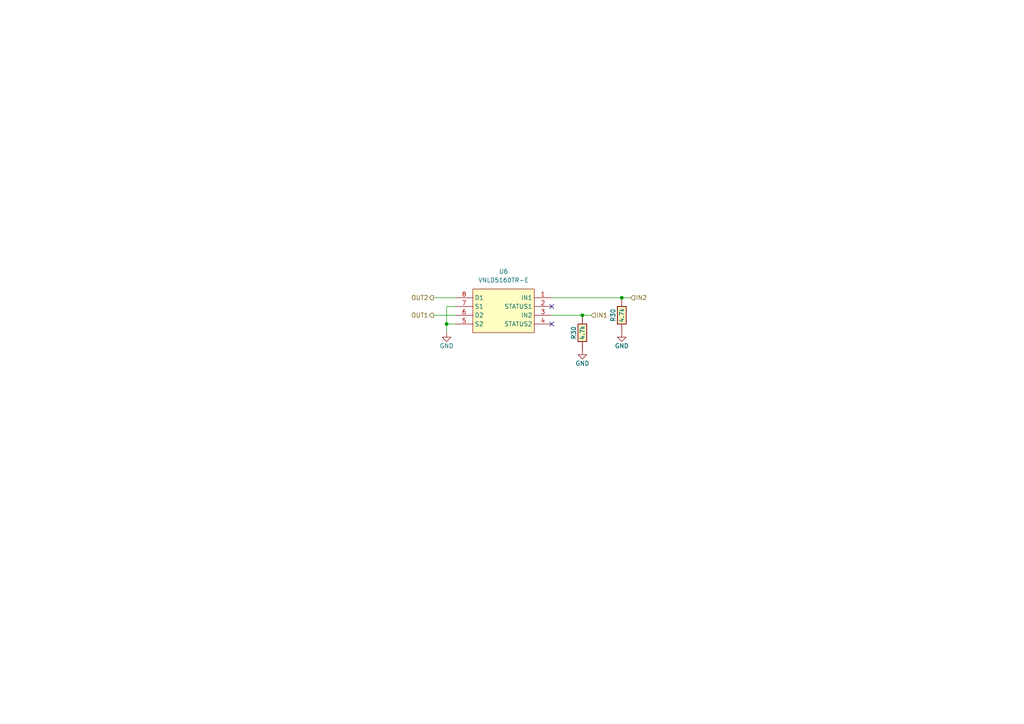
<source format=kicad_sch>
(kicad_sch (version 20250114) (generator "eeschema") (generator_version "9.0")
  (paper "A4")
  (title_block (title "UA4EFI") (date "2025-04-30") (rev "A"))
  (lib_symbols
    (symbol "chips:VNLD5160"
      (property "Reference" "U" (at 6.35 3.81 0))
      (property "Value" "VNLD5160TR-E" (at 12.7 -11.43 0))
      (symbol "VNLD5160_1_1"
        (rectangle (start 5.08 2.54) (end 22.86 -10.16) (fill (type background)))
        (pin input line (at 0 0 0) (length 5.08) (name "IN1") (number "1"))
        (pin open_collector line (at 0 -2.54 0) (length 5.08) (name "STATUS1") (number "2"))
        (pin input line (at 0 -5.08 0) (length 5.08) (name "IN2") (number "3"))
        (pin open_collector line (at 0 -7.62 0) (length 5.08) (name "STATUS2") (number "4"))
        (pin power_out line (at 27.94 0 180) (length 5.08) (name "D1") (number "8"))
        (pin power_in line (at 27.94 -2.54 180) (length 5.08) (name "S1") (number "7"))
        (pin power_out line (at 27.94 -5.08 180) (length 5.08) (name "D2") (number "6"))
        (pin power_in line (at 27.94 -7.62 180) (length 5.08) (name "S2") (number "5"))
      )
    )
    (symbol "hellen-one-common:Res" (pin_numbers (hide yes))
      (property "Reference" "R" (at 3.81 2.54 0))
      (property "Value" "Res" (at 5.08 -2.54 0))
      (symbol "Res_1_0"
        (rectangle (start 2.54 -1.27) (end 7.62 1.27) (stroke (width 0.254)) (fill (type background)))
        (pin passive line (at 0 0 0) (length 2.54) (name "") (number "1"))
        (pin passive line (at 10.16 0 180) (length 2.54) (name "") (number "2"))
      )
    )
    (symbol "power:GND" (power) (pin_numbers (hide yes)) (pin_names (offset 0) (hide yes))
      (property "Value" "GND" (at 0 -3.81 0))
      (symbol "GND_0_1"
        (polyline (pts (xy 0 0) (xy 0 -1.27) (xy 1.27 -1.27) (xy 0 -2.54) (xy -1.27 -1.27) (xy 0 -1.27)))
      )
      (symbol "GND_1_1"
        (pin power_in line (at 0 0 270) (length 0) (name "~") (number "1"))
      )
    )
  )
  (junction (at 168.91 91.44))
  (junction (at 129.54 93.98))
  (junction (at 180.34 86.36))
  (no_connect (at 160.02 88.9))
  (no_connect (at 160.02 93.98))
  (wire (pts (xy 129.54 93.98) (xy 132.08 93.98)))
  (wire (pts (xy 125.73 86.36) (xy 132.08 86.36)))
  (wire (pts (xy 168.91 91.44) (xy 171.45 91.44)))
  (wire (pts (xy 160.02 86.36) (xy 180.34 86.36)))
  (wire (pts (xy 160.02 91.44) (xy 168.91 91.44)))
  (wire (pts (xy 129.54 93.98) (xy 129.54 88.9)))
  (wire (pts (xy 125.73 91.44) (xy 132.08 91.44)))
  (wire (pts (xy 129.54 96.52) (xy 129.54 93.98)))
  (wire (pts (xy 180.34 86.36) (xy 182.88 86.36)))
  (wire (pts (xy 129.54 88.9) (xy 132.08 88.9)))
  (hierarchical_label "OUT2" (shape output) (at 125.73 86.36 180))
  (hierarchical_label "IN2" (shape input) (at 182.88 86.36 0))
  (hierarchical_label "IN1" (shape input) (at 171.45 91.44 0))
  (hierarchical_label "OUT1" (shape output) (at 125.73 91.44 180))
  (symbol (lib_id "power:GND") (at 129.54 96.52 0) (mirror y) (unit 1)
    (property "Reference" "#PWR0140" (effects (hide yes)))
    (property "Value" "GND" (at 129.54 100.33 0))
    (property "Description" "Power symbol creates a global label with name \"GND\" , ground" (effects (hide yes)))
  )
  (symbol (lib_id "chips:VNLD5160") (at 160.02 86.36 0) (mirror y) (unit 1)
    (property "Reference" "U6" (at 146.05 78.74 0))
    (property "Value" "VNLD5160TR-E" (at 146.05 81.28 0))
    (property "Footprint" "Package_SO:SOIC-8_3.9x4.9mm_P1.27mm" (effects (hide yes)))
    (property "LCSC" "C377942" (effects (hide yes)))
  )
  (symbol (lib_id "power:GND") (at 180.34 96.52 0) (unit 1)
    (property "Reference" "#PWR094" (effects (hide yes)))
    (property "Value" "GND" (at 180.34 100.33 0))
    (property "Description" "Power symbol creates a global label with name \"GND\" , ground" (effects (hide yes)))
    (instances (project "alphax_8ch" (path "" (reference "#PWR035") (unit 1)) (path "" (reference "#PWR0165") (unit 1))) (project "uaefi" (path "" (reference "#PWR094") (unit 1))))
  )
  (symbol (lib_id "power:GND") (at 168.91 101.6 0) (unit 1)
    (property "Reference" "#PWR095" (effects (hide yes)))
    (property "Value" "GND" (at 168.91 105.41 0))
    (property "Description" "Power symbol creates a global label with name \"GND\" , ground" (effects (hide yes)))
    (instances (project "alphax_8ch" (path "" (reference "#PWR035") (unit 1)) (path "" (reference "#PWR0165") (unit 1))) (project "uaefi" (path "" (reference "#PWR095") (unit 1))))
  )
  (symbol (lib_id "hellen-one-common:Res") (at 180.34 86.36 90) (mirror x) (unit 1)
    (property "Reference" "R15" (at 177.8 91.44 0))
    (property "Value" "4.7k" (at 180.34 91.44 0))
    (property "Footprint" "kicad6-libraries:R0603" (effects (hide yes)))
    (property "LCSC" "C23162" (effects (hide yes)))
    (instances (project "alphax_8ch" (path "" (reference "R30") (unit 1)) (path "" (reference "R68") (unit 1))) (project "uaefi" (path "" (reference "R15") (unit 1))))
  )
  (symbol (lib_id "hellen-one-common:Res") (at 168.91 91.44 90) (mirror x) (unit 1)
    (property "Reference" "R16" (at 166.37 96.52 0))
    (property "Value" "4.7k" (at 168.91 96.52 0))
    (property "Footprint" "kicad6-libraries:R0603" (effects (hide yes)))
    (property "LCSC" "C23162" (effects (hide yes)))
    (instances (project "alphax_8ch" (path "" (reference "R30") (unit 1)) (path "" (reference "R68") (unit 1))) (project "uaefi" (path "" (reference "R16") (unit 1))))
  )
)
</source>
